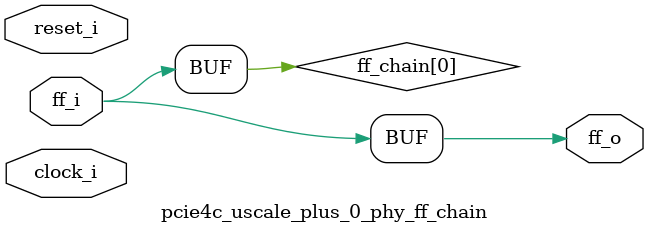
<source format=v>
/*****************************************************************************
** Description:
**    Flop Chain
**
******************************************************************************/

`timescale 1ps/1ps

`define AS_PHYREG(clk, reset, q, d, rstval)  \
   always @(posedge clk or posedge reset) begin \
      if (reset) \
         q  <= #(TCQ)   rstval;  \
      else  \
         q  <= #(TCQ)   d; \
   end

`define PHYREG(clk, reset, q, d, rstval)  \
   always @(posedge clk) begin \
      if (reset) \
         q  <= #(TCQ)   rstval;  \
      else  \
         q  <= #(TCQ)   d; \
   end

(* DowngradeIPIdentifiedWarnings = "yes" *)
module pcie4c_uscale_plus_0_phy_ff_chain #(
   // Parameters
   parameter integer PIPELINE_STAGES   = 0,        // 0 = no pipeline; 1 = 1 stage; 2 = 2 stages; 3 = 3 stages
   parameter         ASYNC             = "FALSE",
   parameter integer FF_WIDTH          = 1,
   parameter integer RST_VAL           = 0,
   parameter integer TCQ               = 1
)  (   
   input  wire                         clock_i,          
   input  wire                         reset_i,           
   input  wire [FF_WIDTH-1:0]          ff_i,            
   output wire [FF_WIDTH-1:0]          ff_o        
   );

   genvar   var_i;

   reg   [FF_WIDTH-1:0]          ff_chain [PIPELINE_STAGES:0];

   always @(*) ff_chain[0] = ff_i;

generate
   if (PIPELINE_STAGES > 0) begin:  with_ff_chain
      for (var_i = 0; var_i < PIPELINE_STAGES; var_i = var_i + 1) begin: ff_chain_gen
         if (ASYNC == "TRUE") begin: async_rst
            `AS_PHYREG(clock_i, reset_i, ff_chain[var_i+1], ff_chain[var_i], RST_VAL)
         end else begin: sync_rst
            `PHYREG(clock_i, reset_i, ff_chain[var_i+1], ff_chain[var_i], RST_VAL)
         end
      end
   end
endgenerate

   assign ff_o = ff_chain[PIPELINE_STAGES];

endmodule

</source>
